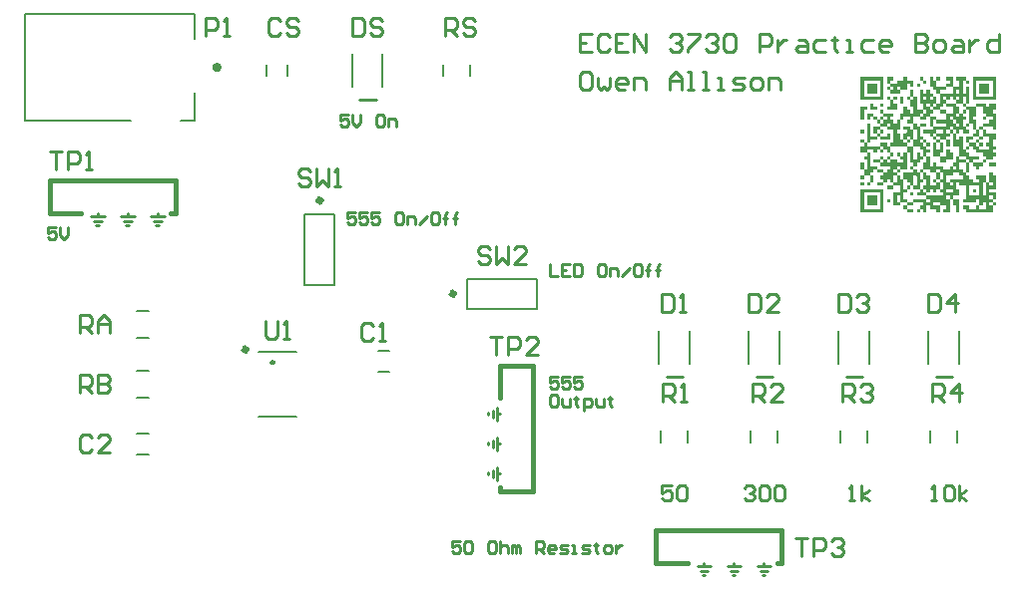
<source format=gto>
G04*
G04 #@! TF.GenerationSoftware,Altium Limited,Altium Designer,25.2.1 (25)*
G04*
G04 Layer_Color=65535*
%FSLAX25Y25*%
%MOIN*%
G70*
G04*
G04 #@! TF.SameCoordinates,7AEDDAFA-F4C1-4ABB-908B-76DA138DF952*
G04*
G04*
G04 #@! TF.FilePolarity,Positive*
G04*
G01*
G75*
%ADD10C,0.01575*%
%ADD11C,0.02000*%
%ADD12C,0.01181*%
%ADD13C,0.00500*%
%ADD14C,0.01000*%
%ADD15C,0.01500*%
%ADD16C,0.00600*%
%ADD17C,0.00787*%
%ADD18C,0.00787*%
G36*
X311250Y172550D02*
Y172500D01*
Y171600D01*
X310150D01*
Y172700D01*
X311250D01*
Y172550D01*
D02*
G37*
G36*
X305750Y171600D02*
X306850D01*
Y170500D01*
X305750D01*
Y171600D01*
X304650D01*
Y172400D01*
Y172450D01*
Y172700D01*
X305750D01*
Y171600D01*
D02*
G37*
G36*
X300250D02*
X302450D01*
Y169400D01*
X301350D01*
Y170500D01*
X300250D01*
Y168300D01*
X298050D01*
Y169350D01*
X298000D01*
Y169400D01*
X296950D01*
Y168300D01*
X298050D01*
Y167200D01*
X294700D01*
Y168300D01*
X293600D01*
Y169400D01*
X294700D01*
Y168350D01*
Y168300D01*
X295800D01*
Y169400D01*
X294700D01*
Y170500D01*
X293600D01*
Y171250D01*
Y171300D01*
Y172700D01*
X295800D01*
Y171600D01*
X294700D01*
Y170500D01*
X296950D01*
Y171600D01*
X299150D01*
Y172700D01*
X300250D01*
Y171600D01*
D02*
G37*
G36*
X320100D02*
X321200D01*
Y170500D01*
X320100D01*
Y170550D01*
Y171600D01*
X319000D01*
Y167200D01*
X320100D01*
Y169400D01*
X321200D01*
Y163900D01*
X320100D01*
Y164950D01*
X320050D01*
Y165000D01*
X320100D01*
Y166050D01*
X320050D01*
Y166100D01*
X319000D01*
Y163900D01*
X320100D01*
Y162800D01*
X323400D01*
Y159450D01*
X322300D01*
Y158350D01*
X323400D01*
Y155050D01*
X324500D01*
Y152850D01*
X325600D01*
Y151750D01*
X324500D01*
Y152850D01*
X322300D01*
Y153950D01*
X323400D01*
Y155050D01*
X322300D01*
Y156150D01*
X322250D01*
Y156200D01*
X322300D01*
Y157250D01*
X321200D01*
Y156150D01*
X320100D01*
Y155050D01*
X321200D01*
Y153950D01*
X319000D01*
Y155050D01*
X317850D01*
Y153950D01*
X316750D01*
Y155050D01*
X315650D01*
Y156150D01*
X314550D01*
Y155050D01*
X315650D01*
Y153950D01*
X316750D01*
Y152900D01*
X316800D01*
Y152850D01*
X316750D01*
Y151800D01*
X316800D01*
Y151750D01*
X317850D01*
Y152850D01*
X319000D01*
Y148450D01*
X320100D01*
Y147350D01*
X321200D01*
Y146250D01*
X324500D01*
Y145150D01*
X322300D01*
Y144050D01*
X325600D01*
Y142950D01*
X324500D01*
Y141850D01*
X323400D01*
Y142900D01*
X323350D01*
Y142950D01*
X322300D01*
Y144000D01*
X322250D01*
Y144050D01*
X321200D01*
Y145100D01*
X321150D01*
Y145150D01*
X320100D01*
Y146200D01*
X320050D01*
Y146250D01*
X317900D01*
Y146200D01*
X317850D01*
Y145150D01*
X320100D01*
Y144050D01*
X321200D01*
Y140750D01*
X320100D01*
Y141800D01*
X320050D01*
Y141850D01*
X320100D01*
Y142900D01*
X320050D01*
Y142950D01*
X320100D01*
Y144000D01*
X320050D01*
Y144050D01*
X317900D01*
Y144000D01*
X317850D01*
Y142950D01*
X317900D01*
Y142900D01*
X317850D01*
Y141850D01*
X319000D01*
Y140750D01*
X320100D01*
Y139650D01*
X321200D01*
Y138500D01*
X322300D01*
Y137400D01*
X323350D01*
Y137450D01*
X323400D01*
Y137400D01*
X324450D01*
Y137450D01*
X324500D01*
Y138500D01*
X323400D01*
Y139650D01*
X326700D01*
Y137400D01*
X327800D01*
Y136300D01*
X328900D01*
Y137400D01*
X327800D01*
Y140750D01*
X328900D01*
Y139650D01*
X330000D01*
Y135200D01*
X327800D01*
Y134100D01*
X330000D01*
Y131900D01*
X328900D01*
Y133000D01*
X327800D01*
Y131900D01*
X328900D01*
Y130800D01*
X330000D01*
Y130250D01*
Y130200D01*
Y129700D01*
X328900D01*
Y130800D01*
X327800D01*
Y129700D01*
X328900D01*
Y127500D01*
X320100D01*
Y128600D01*
X319000D01*
Y129700D01*
X321200D01*
Y128600D01*
X323400D01*
Y129700D01*
X324500D01*
Y128600D01*
X326700D01*
Y130800D01*
X325600D01*
Y129700D01*
X324500D01*
Y131900D01*
X323400D01*
Y130800D01*
X319000D01*
Y131900D01*
X320050D01*
Y131950D01*
X320100D01*
Y133000D01*
X320050D01*
Y133050D01*
X320100D01*
Y134100D01*
X320050D01*
Y134150D01*
X320100D01*
Y135200D01*
X320050D01*
Y135250D01*
X320100D01*
Y136300D01*
X317850D01*
Y137400D01*
X316750D01*
Y136350D01*
X316800D01*
Y136300D01*
X316750D01*
Y135250D01*
X316800D01*
Y135200D01*
X317850D01*
Y134150D01*
X317900D01*
Y134100D01*
X317850D01*
Y133000D01*
X315650D01*
Y131900D01*
X317850D01*
Y131750D01*
Y131700D01*
Y130850D01*
X317900D01*
Y130800D01*
X317850D01*
Y129750D01*
X317900D01*
Y129700D01*
X317850D01*
Y127500D01*
X316750D01*
Y129700D01*
X315650D01*
Y131900D01*
X314550D01*
Y133000D01*
X313450D01*
Y131900D01*
X314550D01*
Y127500D01*
X312350D01*
Y128600D01*
X313450D01*
Y129700D01*
X311250D01*
Y130800D01*
X309050D01*
Y129700D01*
X311250D01*
Y127500D01*
X310150D01*
Y128600D01*
X307950D01*
Y129700D01*
X306850D01*
Y127500D01*
X305750D01*
Y128600D01*
X304650D01*
Y129700D01*
X305750D01*
Y130800D01*
X302450D01*
Y131900D01*
X306850D01*
Y130800D01*
X307950D01*
Y131900D01*
X306850D01*
Y133000D01*
X303550D01*
Y134100D01*
X304650D01*
Y135200D01*
X302450D01*
Y136300D01*
X301350D01*
Y135200D01*
X300250D01*
Y134100D01*
X299150D01*
Y131900D01*
X300250D01*
Y130800D01*
X302450D01*
Y129700D01*
X300250D01*
Y130800D01*
X298050D01*
Y131900D01*
X298000D01*
Y131950D01*
X298050D01*
Y133000D01*
X296950D01*
Y131350D01*
Y131300D01*
Y130800D01*
X298050D01*
Y129700D01*
X295800D01*
Y134100D01*
X298000D01*
Y134150D01*
X298050D01*
Y135200D01*
X298000D01*
Y135250D01*
X298050D01*
Y136300D01*
X295800D01*
Y137400D01*
X294700D01*
Y138500D01*
X293600D01*
Y137400D01*
X292500D01*
Y138500D01*
X291400D01*
Y139650D01*
X292500D01*
Y140750D01*
X291450D01*
Y140700D01*
X291400D01*
Y140750D01*
X290300D01*
Y141850D01*
X289250D01*
Y141800D01*
X289200D01*
Y140750D01*
X288150D01*
Y140700D01*
X288100D01*
Y139650D01*
X289200D01*
Y137400D01*
X288100D01*
Y139650D01*
X287050D01*
Y139600D01*
X287000D01*
Y139650D01*
X285900D01*
Y141850D01*
X284800D01*
Y144050D01*
X285900D01*
Y141850D01*
X287000D01*
Y143600D01*
Y143650D01*
Y145150D01*
X285900D01*
Y146250D01*
X287000D01*
Y147350D01*
X284800D01*
Y148950D01*
Y149000D01*
Y149550D01*
X285900D01*
Y150650D01*
X284800D01*
Y151750D01*
X285900D01*
Y150650D01*
X287000D01*
Y149550D01*
X291400D01*
Y148450D01*
X292500D01*
Y147350D01*
X291400D01*
Y148300D01*
Y148350D01*
Y148450D01*
X290300D01*
Y147350D01*
X289200D01*
Y148450D01*
X287000D01*
Y147350D01*
X288100D01*
Y142950D01*
X290300D01*
Y141850D01*
X292500D01*
Y140750D01*
X293600D01*
Y141850D01*
X294700D01*
Y142950D01*
X293650D01*
Y142900D01*
X293600D01*
Y142950D01*
X292550D01*
Y142900D01*
X292500D01*
Y142950D01*
X291400D01*
Y144050D01*
X289200D01*
Y145150D01*
X291400D01*
Y144050D01*
X292500D01*
Y145150D01*
X291400D01*
Y145900D01*
Y145950D01*
Y146250D01*
X292500D01*
Y145150D01*
X293600D01*
Y146250D01*
X294700D01*
Y147350D01*
X293600D01*
Y147700D01*
Y147750D01*
Y148450D01*
X292500D01*
Y149550D01*
X291400D01*
Y150650D01*
X293600D01*
Y149550D01*
X294700D01*
Y147350D01*
X295800D01*
Y146250D01*
X294750D01*
Y146200D01*
X294700D01*
Y145150D01*
X296950D01*
Y144050D01*
X299150D01*
Y145100D01*
X299100D01*
Y145150D01*
X298050D01*
Y146200D01*
X298000D01*
Y146250D01*
X296950D01*
Y147350D01*
X298050D01*
Y146250D01*
X299150D01*
Y147350D01*
X300250D01*
Y141850D01*
X299150D01*
Y141800D01*
X299100D01*
Y141850D01*
X298050D01*
Y142900D01*
X298000D01*
Y142950D01*
X296950D01*
Y141850D01*
X298050D01*
Y140750D01*
X296950D01*
Y141800D01*
X296900D01*
Y141850D01*
X295850D01*
Y141800D01*
X295800D01*
Y140750D01*
X296950D01*
Y139650D01*
X298050D01*
Y138500D01*
X299100D01*
Y138550D01*
X299150D01*
Y139600D01*
X299100D01*
Y139650D01*
X299150D01*
Y140750D01*
X302450D01*
Y141800D01*
X302400D01*
Y141850D01*
X301350D01*
Y142950D01*
X302450D01*
Y141850D01*
X303550D01*
Y140750D01*
X304650D01*
Y138500D01*
X305700D01*
Y138550D01*
X305750D01*
Y140750D01*
X304650D01*
Y141100D01*
Y141150D01*
Y141850D01*
X305750D01*
Y140750D01*
X306850D01*
Y139650D01*
X307950D01*
Y136300D01*
X310150D01*
Y137400D01*
X309050D01*
Y138500D01*
X310150D01*
Y137400D01*
X311250D01*
Y135200D01*
X312350D01*
Y137400D01*
X311250D01*
Y138500D01*
X310150D01*
Y140750D01*
X307950D01*
Y141850D01*
X305750D01*
Y144050D01*
X306850D01*
Y146250D01*
X305750D01*
Y148450D01*
X304650D01*
Y149550D01*
X302450D01*
Y151750D01*
X301350D01*
Y152850D01*
X300250D01*
Y151750D01*
X301350D01*
Y151150D01*
Y151100D01*
Y150650D01*
X300250D01*
Y151750D01*
X299150D01*
Y153950D01*
X300200D01*
Y154000D01*
X300250D01*
Y155050D01*
X299150D01*
Y156150D01*
X301350D01*
Y155050D01*
X302450D01*
Y151750D01*
X303550D01*
Y155050D01*
X302450D01*
Y157250D01*
X300250D01*
Y158350D01*
X301300D01*
Y158400D01*
X301350D01*
Y159450D01*
X299150D01*
Y158350D01*
X298050D01*
Y155050D01*
X296950D01*
Y153950D01*
X298050D01*
Y151750D01*
X299150D01*
Y150650D01*
X300250D01*
Y149550D01*
X302450D01*
Y145150D01*
X303550D01*
Y147350D01*
X304650D01*
Y147100D01*
Y147050D01*
Y146250D01*
X305750D01*
Y145150D01*
X304650D01*
Y144050D01*
X303550D01*
Y142950D01*
X302450D01*
Y144000D01*
X302400D01*
Y144050D01*
X301350D01*
Y147350D01*
X300250D01*
Y149550D01*
X294700D01*
Y150650D01*
X295800D01*
Y155050D01*
X293600D01*
Y156150D01*
X291400D01*
Y157250D01*
X290300D01*
Y158350D01*
X289200D01*
Y159450D01*
X288100D01*
Y158350D01*
X287000D01*
Y160550D01*
X288100D01*
Y160600D01*
X288150D01*
Y160550D01*
X289200D01*
Y159500D01*
X289250D01*
Y159450D01*
X290300D01*
Y158400D01*
X290350D01*
Y158350D01*
X291400D01*
Y157300D01*
X291450D01*
Y157250D01*
X292500D01*
Y158350D01*
X291400D01*
Y159450D01*
X292500D01*
Y158400D01*
X292550D01*
Y158350D01*
X293600D01*
Y159450D01*
X292500D01*
Y160550D01*
X291400D01*
Y161700D01*
X292500D01*
Y160600D01*
X292550D01*
Y160550D01*
X293600D01*
Y160600D01*
X293650D01*
Y160550D01*
X294700D01*
Y160600D01*
X294750D01*
Y160550D01*
X295800D01*
Y159450D01*
X294700D01*
Y158400D01*
X294750D01*
Y158350D01*
X295800D01*
Y157300D01*
X295850D01*
Y157250D01*
X296900D01*
Y157300D01*
X296950D01*
Y158350D01*
X298000D01*
Y158400D01*
X298050D01*
Y159450D01*
X298000D01*
Y159500D01*
X298050D01*
Y160550D01*
X299100D01*
Y160600D01*
X299150D01*
Y161650D01*
X299100D01*
Y161700D01*
X299150D01*
Y162800D01*
X300250D01*
Y161700D01*
X301350D01*
Y161400D01*
Y161350D01*
Y160550D01*
X302400D01*
Y160600D01*
X302450D01*
Y162750D01*
X302400D01*
Y162800D01*
X301350D01*
Y164950D01*
X301300D01*
Y165000D01*
X300250D01*
Y166100D01*
X301350D01*
Y165000D01*
X302450D01*
Y166100D01*
X301350D01*
Y168300D01*
X302450D01*
Y166100D01*
X303550D01*
Y161700D01*
X305750D01*
Y160550D01*
X306800D01*
Y160600D01*
X306850D01*
Y161700D01*
X305750D01*
Y163900D01*
X304650D01*
Y168300D01*
X305750D01*
Y167200D01*
X306850D01*
Y168300D01*
X307950D01*
Y167200D01*
X309050D01*
Y166100D01*
X310150D01*
Y163900D01*
X311250D01*
Y167200D01*
X310150D01*
Y167400D01*
Y167450D01*
Y168300D01*
X309050D01*
Y169400D01*
X307950D01*
Y172700D01*
X309050D01*
Y171600D01*
X310150D01*
Y169400D01*
X313450D01*
Y168300D01*
X311250D01*
Y167200D01*
X315650D01*
Y169400D01*
X313450D01*
Y170500D01*
X314550D01*
Y171600D01*
X313450D01*
Y172700D01*
X315650D01*
Y169400D01*
X317850D01*
Y171600D01*
X316750D01*
Y172700D01*
X320100D01*
Y171600D01*
D02*
G37*
G36*
X304650Y169400D02*
X303550D01*
Y169500D01*
Y169550D01*
Y170500D01*
X304650D01*
Y169400D01*
D02*
G37*
G36*
X330000Y165000D02*
X322300D01*
Y172700D01*
X330000D01*
Y165000D01*
D02*
G37*
G36*
X296950D02*
X295850D01*
Y164950D01*
X295800D01*
Y163900D01*
X296950D01*
Y161700D01*
X295850D01*
Y161650D01*
X295800D01*
Y161700D01*
X294750D01*
Y161650D01*
X294700D01*
Y161700D01*
X293600D01*
Y161800D01*
Y161850D01*
Y162800D01*
X294700D01*
Y165000D01*
X293600D01*
Y166100D01*
X294700D01*
Y165950D01*
Y165900D01*
Y165000D01*
X295800D01*
Y166100D01*
X296950D01*
Y165000D01*
D02*
G37*
G36*
X292500Y172600D02*
Y172550D01*
Y165000D01*
X284800D01*
Y172700D01*
X292500D01*
Y172600D01*
D02*
G37*
G36*
X299150Y166050D02*
Y166000D01*
Y163900D01*
X298050D01*
Y164950D01*
X298000D01*
Y165000D01*
X298050D01*
Y166100D01*
X299150D01*
Y166050D01*
D02*
G37*
G36*
X330000Y161700D02*
X328900D01*
Y160600D01*
X328950D01*
Y160550D01*
X330000D01*
Y155050D01*
X328900D01*
Y155350D01*
Y155400D01*
Y156150D01*
X325600D01*
Y157250D01*
X327800D01*
Y158350D01*
X328900D01*
Y159450D01*
X326700D01*
Y160550D01*
X325600D01*
Y162750D01*
X325550D01*
Y162800D01*
X324500D01*
Y162750D01*
X324450D01*
Y162800D01*
X323400D01*
Y163900D01*
X326700D01*
Y162800D01*
X327800D01*
Y163900D01*
X330000D01*
Y161700D01*
D02*
G37*
G36*
X292500Y163850D02*
Y163800D01*
Y162800D01*
X291400D01*
Y163900D01*
X292500D01*
Y163850D01*
D02*
G37*
G36*
X289200Y162800D02*
X290300D01*
Y161700D01*
X289250D01*
Y161650D01*
X289200D01*
Y161700D01*
X288100D01*
Y162050D01*
Y162100D01*
Y163900D01*
X289200D01*
Y162800D01*
D02*
G37*
G36*
X326700Y158350D02*
X325600D01*
Y159450D01*
X326700D01*
Y158350D01*
D02*
G37*
G36*
X287000Y161700D02*
X285900D01*
Y158350D01*
X284800D01*
Y158500D01*
Y158550D01*
Y162800D01*
X287000D01*
Y161700D01*
D02*
G37*
G36*
X291400Y155050D02*
X292500D01*
Y153950D01*
X291400D01*
Y155050D01*
X290300D01*
Y153950D01*
X291400D01*
Y152850D01*
X293600D01*
Y153950D01*
X294700D01*
Y151750D01*
X291400D01*
Y152850D01*
X290300D01*
Y153300D01*
Y153350D01*
Y153950D01*
X289200D01*
Y156150D01*
X291400D01*
Y155050D01*
D02*
G37*
G36*
X285900Y153950D02*
X284800D01*
Y155050D01*
X285900D01*
Y153950D01*
D02*
G37*
G36*
X288100Y152850D02*
X290300D01*
Y151750D01*
X288100D01*
Y150650D01*
X287000D01*
Y151200D01*
Y151250D01*
Y157250D01*
X288100D01*
Y152850D01*
D02*
G37*
G36*
X324500Y151350D02*
Y151300D01*
Y150650D01*
X325600D01*
Y149550D01*
X324500D01*
Y149800D01*
Y149850D01*
Y150650D01*
X323400D01*
Y151750D01*
X324500D01*
Y151350D01*
D02*
G37*
G36*
X325600Y155050D02*
X326700D01*
Y153950D01*
X330000D01*
Y151750D01*
X328900D01*
Y149550D01*
X330000D01*
Y148450D01*
X328900D01*
Y147350D01*
X330000D01*
Y146250D01*
X328900D01*
Y145150D01*
X326700D01*
Y146250D01*
X325600D01*
Y147350D01*
X323400D01*
Y148450D01*
X322300D01*
Y149550D01*
X321200D01*
Y150650D01*
X320100D01*
Y150900D01*
Y150950D01*
Y152850D01*
X322300D01*
Y151750D01*
X321200D01*
Y150650D01*
X323400D01*
Y149550D01*
X324500D01*
Y148450D01*
X327800D01*
Y149550D01*
X326700D01*
Y150650D01*
X327800D01*
Y152850D01*
X325600D01*
Y155050D01*
X324500D01*
Y156150D01*
X325600D01*
Y155050D01*
D02*
G37*
G36*
X321200Y148450D02*
X320100D01*
Y149000D01*
Y149050D01*
Y149550D01*
X321200D01*
Y148450D01*
D02*
G37*
G36*
X326700Y144050D02*
X325600D01*
Y145150D01*
X326700D01*
Y144050D01*
D02*
G37*
G36*
X330000Y142950D02*
X327800D01*
Y144050D01*
X330000D01*
Y142950D01*
D02*
G37*
G36*
X285900Y138500D02*
X284800D01*
Y139650D01*
X285900D01*
Y138500D01*
D02*
G37*
G36*
X291450Y137400D02*
X292500D01*
Y136300D01*
X290300D01*
Y137400D01*
X291400D01*
Y137450D01*
X291450D01*
Y137400D01*
D02*
G37*
G36*
X288100Y136300D02*
X287000D01*
Y137400D01*
X288100D01*
Y136300D01*
D02*
G37*
G36*
X285900D02*
X284800D01*
Y137350D01*
Y137400D01*
X285900D01*
Y136300D01*
D02*
G37*
G36*
X294750D02*
X295800D01*
Y136100D01*
Y136050D01*
Y135200D01*
X293600D01*
Y136300D01*
X294700D01*
Y136350D01*
X294750D01*
Y136300D01*
D02*
G37*
G36*
X302450Y133050D02*
Y133000D01*
X301350D01*
Y134100D01*
X302450D01*
Y133050D01*
D02*
G37*
G36*
X294700Y131800D02*
Y131750D01*
Y130800D01*
X293600D01*
Y131900D01*
X294700D01*
Y131800D01*
D02*
G37*
G36*
X304650Y127600D02*
Y127550D01*
Y127500D01*
X303550D01*
Y128600D01*
X304650D01*
Y127600D01*
D02*
G37*
G36*
X300250Y128600D02*
X302450D01*
Y127500D01*
X300250D01*
Y128350D01*
Y128400D01*
Y128600D01*
X299150D01*
Y129700D01*
X300250D01*
Y128600D01*
D02*
G37*
G36*
X292500Y127500D02*
X284800D01*
Y135200D01*
X292500D01*
Y127500D01*
D02*
G37*
%LPC*%
G36*
X317850Y168300D02*
X316800D01*
Y168250D01*
X316750D01*
Y167550D01*
Y167500D01*
Y167200D01*
X317850D01*
Y168300D01*
D02*
G37*
G36*
Y166100D02*
X316800D01*
Y166050D01*
X316750D01*
Y165000D01*
X317850D01*
Y166100D01*
D02*
G37*
G36*
X313450D02*
X312400D01*
Y166050D01*
X312350D01*
Y165700D01*
Y165650D01*
Y165000D01*
X313450D01*
Y166100D01*
D02*
G37*
G36*
X309050D02*
X307950D01*
Y165000D01*
X309050D01*
Y166100D01*
D02*
G37*
G36*
X306850D02*
X305750D01*
Y165000D01*
X306850D01*
Y166100D01*
D02*
G37*
G36*
X315650D02*
X314600D01*
Y166050D01*
X314550D01*
Y165000D01*
X313500D01*
Y164950D01*
X313450D01*
Y163900D01*
X316750D01*
Y165000D01*
X315650D01*
Y166100D01*
D02*
G37*
G36*
X318950Y163900D02*
X317900D01*
Y163850D01*
X317850D01*
Y163900D01*
X316800D01*
Y163850D01*
X316750D01*
Y162800D01*
X317850D01*
Y161700D01*
X317900D01*
Y161650D01*
X317850D01*
Y160600D01*
X317900D01*
Y160550D01*
X318950D01*
Y160600D01*
X319000D01*
Y161700D01*
X320100D01*
Y160550D01*
X319000D01*
Y159450D01*
X320100D01*
Y158350D01*
X319000D01*
Y156150D01*
X320050D01*
Y156200D01*
X320100D01*
Y157250D01*
X321150D01*
Y157300D01*
X321200D01*
Y158350D01*
X321150D01*
Y158400D01*
X321200D01*
Y159450D01*
X321150D01*
Y159500D01*
X321200D01*
Y160550D01*
X321150D01*
Y160600D01*
X321200D01*
Y161100D01*
Y161150D01*
Y161650D01*
X321150D01*
Y161700D01*
X320100D01*
Y162750D01*
X320050D01*
Y162800D01*
X319000D01*
Y163850D01*
X318950D01*
Y163900D01*
D02*
G37*
G36*
X310150D02*
X309050D01*
Y162800D01*
X310150D01*
Y163900D01*
D02*
G37*
G36*
X307950D02*
X306850D01*
Y163350D01*
Y163300D01*
Y162800D01*
X307950D01*
Y161700D01*
X309050D01*
Y162800D01*
X307950D01*
Y163900D01*
D02*
G37*
G36*
X311250Y161700D02*
X310200D01*
Y161650D01*
X310150D01*
Y161700D01*
X309100D01*
Y161650D01*
X309050D01*
Y160550D01*
X307950D01*
Y159450D01*
X310150D01*
Y158350D01*
X312350D01*
Y158400D01*
X312400D01*
Y158350D01*
X313450D01*
Y160550D01*
X311250D01*
Y161700D01*
D02*
G37*
G36*
X313450Y163900D02*
X312400D01*
Y163850D01*
X312350D01*
Y162800D01*
X311300D01*
Y162750D01*
X311250D01*
Y161700D01*
X313450D01*
Y160600D01*
X313500D01*
Y160550D01*
X314550D01*
Y160600D01*
X314600D01*
Y160550D01*
X315650D01*
Y162800D01*
X314600D01*
Y162750D01*
X314550D01*
Y162800D01*
X313450D01*
Y163900D01*
D02*
G37*
G36*
X317850Y160550D02*
X316750D01*
Y159500D01*
X316800D01*
Y159450D01*
X317850D01*
Y160550D01*
D02*
G37*
G36*
X305750D02*
X304650D01*
Y159450D01*
X305700D01*
Y159500D01*
X305750D01*
Y160550D01*
D02*
G37*
G36*
X307950Y159450D02*
X306850D01*
Y158350D01*
X304650D01*
Y159450D01*
X302450D01*
Y157250D01*
X303550D01*
Y157200D01*
Y157150D01*
Y156150D01*
X304650D01*
Y152850D01*
X305750D01*
Y151750D01*
X306850D01*
Y150650D01*
X307950D01*
Y149550D01*
X306850D01*
Y150350D01*
Y150400D01*
Y150650D01*
X305750D01*
Y151750D01*
X304650D01*
Y150650D01*
X305750D01*
Y149550D01*
X306850D01*
Y148450D01*
X307950D01*
Y147350D01*
X306850D01*
Y146250D01*
X307950D01*
Y142950D01*
X309050D01*
Y144050D01*
X310150D01*
Y142950D01*
X312350D01*
Y141850D01*
X314550D01*
Y142950D01*
X315650D01*
Y144050D01*
X316750D01*
Y146250D01*
X317850D01*
Y149550D01*
X315650D01*
Y153950D01*
X314550D01*
Y155050D01*
X313450D01*
Y154000D01*
X313500D01*
Y153950D01*
X314550D01*
Y152850D01*
X313450D01*
Y151750D01*
X314550D01*
Y151050D01*
Y151000D01*
Y149550D01*
X313450D01*
Y151750D01*
X311250D01*
Y152850D01*
X310150D01*
Y153950D01*
X309050D01*
Y152850D01*
X310150D01*
Y151750D01*
X311250D01*
Y150650D01*
X312350D01*
Y147350D01*
X311250D01*
Y146250D01*
X313450D01*
Y146800D01*
Y146850D01*
Y148450D01*
X314550D01*
Y147350D01*
X315650D01*
Y145150D01*
X313500D01*
Y145100D01*
X313450D01*
Y144050D01*
X311250D01*
Y146250D01*
X309050D01*
Y150650D01*
X310150D01*
Y148450D01*
X311250D01*
Y150650D01*
X310150D01*
Y151150D01*
Y151200D01*
Y151750D01*
X309050D01*
Y152850D01*
X307950D01*
Y153950D01*
X305750D01*
Y155050D01*
X309050D01*
Y156150D01*
X307950D01*
Y159450D01*
D02*
G37*
G36*
X315650D02*
X314550D01*
Y158400D01*
X314600D01*
Y158350D01*
X315650D01*
Y157300D01*
X315700D01*
Y157250D01*
X316750D01*
Y156450D01*
Y156400D01*
Y156200D01*
X316800D01*
Y156150D01*
X317850D01*
Y157250D01*
X316750D01*
Y158350D01*
X315650D01*
Y159450D01*
D02*
G37*
G36*
X310150Y158350D02*
X309050D01*
Y156150D01*
X313450D01*
Y157250D01*
X310150D01*
Y158350D01*
D02*
G37*
G36*
X294700Y157250D02*
X293600D01*
Y156200D01*
X293650D01*
Y156150D01*
X294700D01*
Y157250D01*
D02*
G37*
G36*
X312350Y155050D02*
X310150D01*
Y153950D01*
X312350D01*
Y155050D01*
D02*
G37*
G36*
X294700Y145150D02*
X293650D01*
Y145100D01*
X293600D01*
Y144050D01*
X294700D01*
Y145150D01*
D02*
G37*
G36*
X316750Y142950D02*
X315700D01*
Y142900D01*
X315650D01*
Y141850D01*
X316750D01*
Y142950D01*
D02*
G37*
G36*
X311250Y141850D02*
X310200D01*
Y141800D01*
X310150D01*
Y140750D01*
X311250D01*
Y141850D01*
D02*
G37*
G36*
X317850Y140750D02*
X316800D01*
Y140700D01*
X316750D01*
Y140750D01*
X315700D01*
Y140700D01*
X315650D01*
Y139650D01*
X314600D01*
Y139600D01*
X314550D01*
Y139650D01*
X313500D01*
Y139600D01*
X313450D01*
Y137450D01*
X313500D01*
Y137400D01*
X314550D01*
Y136350D01*
X314600D01*
Y136300D01*
X315650D01*
Y137400D01*
X314550D01*
Y138500D01*
X315650D01*
Y138550D01*
X315700D01*
Y138500D01*
X316750D01*
Y138550D01*
X316800D01*
Y138500D01*
X317850D01*
Y138550D01*
X317900D01*
Y138500D01*
X318950D01*
Y138550D01*
X319000D01*
Y138600D01*
Y138650D01*
Y139600D01*
X318950D01*
Y139650D01*
X317850D01*
Y140750D01*
D02*
G37*
G36*
X312350D02*
X311300D01*
Y140700D01*
X311250D01*
Y139650D01*
Y139600D01*
Y138550D01*
X311300D01*
Y138500D01*
X312350D01*
Y140750D01*
D02*
G37*
G36*
X296900Y139650D02*
X295850D01*
Y139600D01*
X295800D01*
Y138550D01*
X295850D01*
Y138500D01*
X295800D01*
Y137450D01*
X295850D01*
Y137400D01*
X296900D01*
Y137450D01*
X296950D01*
Y138500D01*
X296900D01*
Y138550D01*
X296950D01*
Y139600D01*
X296900D01*
Y139650D01*
D02*
G37*
G36*
X303500D02*
X302450D01*
Y136300D01*
X303500D01*
Y136350D01*
X303550D01*
Y139600D01*
X303500D01*
Y139650D01*
D02*
G37*
G36*
X300250Y138500D02*
X299150D01*
Y136450D01*
Y136400D01*
Y135200D01*
X300200D01*
Y135250D01*
X300250D01*
Y136300D01*
X301300D01*
Y136350D01*
X301350D01*
Y137400D01*
X300250D01*
Y138500D01*
D02*
G37*
G36*
X315650Y135200D02*
X313450D01*
Y134150D01*
X313500D01*
Y134100D01*
X315650D01*
Y135200D01*
D02*
G37*
G36*
X326700Y137400D02*
X325600D01*
Y133000D01*
X326700D01*
Y137400D01*
D02*
G37*
G36*
X324500Y136300D02*
X321200D01*
Y133000D01*
X324500D01*
Y136300D01*
D02*
G37*
G36*
X306850Y138500D02*
X305750D01*
Y137400D01*
X304650D01*
Y135200D01*
X305750D01*
Y134100D01*
X306850D01*
Y133000D01*
X312350D01*
Y134100D01*
X311250D01*
Y135200D01*
X310150D01*
Y134100D01*
X309050D01*
Y135200D01*
X307950D01*
Y134100D01*
X306850D01*
Y135200D01*
X305750D01*
Y136300D01*
X306850D01*
Y138500D01*
D02*
G37*
%LPD*%
G36*
Y156150D02*
X304650D01*
Y157250D01*
X306850D01*
Y156150D01*
D02*
G37*
G36*
X323400Y135150D02*
Y135100D01*
Y134100D01*
X322300D01*
Y135200D01*
X323400D01*
Y135150D01*
D02*
G37*
%LPC*%
G36*
X328900Y171600D02*
X323400D01*
Y166100D01*
X328900D01*
Y166650D01*
Y166700D01*
Y171600D01*
D02*
G37*
%LPD*%
G36*
X327800Y167200D02*
X324500D01*
Y170500D01*
X327800D01*
Y167200D01*
D02*
G37*
%LPC*%
G36*
X291400Y171600D02*
X285900D01*
Y166100D01*
X291400D01*
Y171600D01*
D02*
G37*
%LPD*%
G36*
X290300Y168200D02*
Y168150D01*
Y167200D01*
X287000D01*
Y170500D01*
X290300D01*
Y168200D01*
D02*
G37*
%LPC*%
G36*
X291400Y134100D02*
X285900D01*
Y128600D01*
X291400D01*
Y134100D01*
D02*
G37*
%LPD*%
G36*
X290300Y129700D02*
X287000D01*
Y133000D01*
X290300D01*
Y129700D01*
D02*
G37*
D10*
X70609Y175900D02*
G03*
X70609Y175900I-787J0D01*
G01*
D11*
X104656Y131411D02*
G03*
X104656Y131411I-500J0D01*
G01*
X149089Y100155D02*
G03*
X149089Y100155I-500J0D01*
G01*
X79764Y81500D02*
G03*
X79764Y81500I-492J0D01*
G01*
D12*
X88794Y77300D02*
G03*
X88794Y77300I-394J0D01*
G01*
D13*
X5776Y158283D02*
X41012D01*
X62468Y185500D02*
Y193717D01*
X5776D02*
X62468D01*
X5776Y158283D02*
Y193717D01*
X62468Y158283D02*
Y167300D01*
X57722Y158283D02*
X62468D01*
D14*
X27750Y126000D02*
X32250D01*
X30000D02*
Y127027D01*
X28750Y124500D02*
X31250D01*
X29523Y123000D02*
X30250D01*
X37750Y126000D02*
X42250D01*
X40000D02*
Y127027D01*
X38750Y124500D02*
X41250D01*
X39523Y123000D02*
X40250D01*
X47750Y126000D02*
X52250D01*
X50000D02*
Y127027D01*
X48750Y124500D02*
X51250D01*
X49523Y123000D02*
X50250D01*
X309900Y72600D02*
X315500D01*
X279900D02*
X285500D01*
X249900D02*
X255500D01*
X219900D02*
X225500D01*
X117400Y165100D02*
X123000D01*
X230250Y9000D02*
X234750D01*
X232500D02*
Y10027D01*
X231250Y7500D02*
X233750D01*
X232023Y6000D02*
X232750D01*
X240250Y9000D02*
X244750D01*
X242500D02*
Y10027D01*
X241250Y7500D02*
X243750D01*
X242023Y6000D02*
X242750D01*
X250250Y9000D02*
X254750D01*
X252500D02*
Y10027D01*
X251250Y7500D02*
X253750D01*
X252023Y6000D02*
X252750D01*
X160500Y39750D02*
Y40477D01*
X162000Y38750D02*
Y41250D01*
X163500Y40000D02*
X164527D01*
X163500Y37750D02*
Y42250D01*
X160500Y49750D02*
Y50477D01*
X162000Y48750D02*
Y51250D01*
X163500Y50000D02*
X164527D01*
X163500Y47750D02*
Y52250D01*
X160500Y59750D02*
Y60477D01*
X162000Y58750D02*
Y61250D01*
X163500Y60000D02*
X164527D01*
X163500Y57750D02*
Y62250D01*
X113666Y159999D02*
X111000D01*
Y157999D01*
X112333Y158666D01*
X112999D01*
X113666Y157999D01*
Y156667D01*
X112999Y156000D01*
X111667D01*
X111000Y156667D01*
X114999Y159999D02*
Y157333D01*
X116332Y156000D01*
X117665Y157333D01*
Y159999D01*
X124996D02*
X123663D01*
X122996Y159332D01*
Y156667D01*
X123663Y156000D01*
X124996D01*
X125662Y156667D01*
Y159332D01*
X124996Y159999D01*
X126995Y156000D02*
Y158666D01*
X128994D01*
X129661Y157999D01*
Y156000D01*
X181000Y109999D02*
Y106000D01*
X183666D01*
X187664Y109999D02*
X184999D01*
Y106000D01*
X187664D01*
X184999Y107999D02*
X186332D01*
X188997Y109999D02*
Y106000D01*
X190997D01*
X191663Y106667D01*
Y109332D01*
X190997Y109999D01*
X188997D01*
X198994D02*
X197661D01*
X196995Y109332D01*
Y106667D01*
X197661Y106000D01*
X198994D01*
X199661Y106667D01*
Y109332D01*
X198994Y109999D01*
X200994Y106000D02*
Y108666D01*
X202993D01*
X203659Y107999D01*
Y106000D01*
X204992D02*
X207658Y108666D01*
X210990Y109999D02*
X209657D01*
X208991Y109332D01*
Y106667D01*
X209657Y106000D01*
X210990D01*
X211657Y106667D01*
Y109332D01*
X210990Y109999D01*
X213656Y106000D02*
Y109332D01*
Y107999D01*
X212990D01*
X214323D01*
X213656D01*
Y109332D01*
X214323Y109999D01*
X216988Y106000D02*
Y109332D01*
Y107999D01*
X216322D01*
X217655D01*
X216988D01*
Y109332D01*
X217655Y109999D01*
X116166Y127499D02*
X113500D01*
Y125499D01*
X114833Y126166D01*
X115499D01*
X116166Y125499D01*
Y124167D01*
X115499Y123500D01*
X114166D01*
X113500Y124167D01*
X120165Y127499D02*
X117499D01*
Y125499D01*
X118832Y126166D01*
X119498D01*
X120165Y125499D01*
Y124167D01*
X119498Y123500D01*
X118165D01*
X117499Y124167D01*
X124163Y127499D02*
X121497D01*
Y125499D01*
X122830Y126166D01*
X123497D01*
X124163Y125499D01*
Y124167D01*
X123497Y123500D01*
X122164D01*
X121497Y124167D01*
X131494Y127499D02*
X130161D01*
X129495Y126832D01*
Y124167D01*
X130161Y123500D01*
X131494D01*
X132161Y124167D01*
Y126832D01*
X131494Y127499D01*
X133494Y123500D02*
Y126166D01*
X135493D01*
X136159Y125499D01*
Y123500D01*
X137492D02*
X140158Y126166D01*
X143490Y127499D02*
X142157D01*
X141491Y126832D01*
Y124167D01*
X142157Y123500D01*
X143490D01*
X144157Y124167D01*
Y126832D01*
X143490Y127499D01*
X146156Y123500D02*
Y126832D01*
Y125499D01*
X145490D01*
X146823D01*
X146156D01*
Y126832D01*
X146823Y127499D01*
X149488Y123500D02*
Y126832D01*
Y125499D01*
X148822D01*
X150155D01*
X149488D01*
Y126832D01*
X150155Y127499D01*
X151166Y17499D02*
X148500D01*
Y15499D01*
X149833Y16166D01*
X150499D01*
X151166Y15499D01*
Y14166D01*
X150499Y13500D01*
X149167D01*
X148500Y14166D01*
X152499Y16832D02*
X153165Y17499D01*
X154498D01*
X155165Y16832D01*
Y14166D01*
X154498Y13500D01*
X153165D01*
X152499Y14166D01*
Y16832D01*
X162496Y17499D02*
X161163D01*
X160496Y16832D01*
Y14166D01*
X161163Y13500D01*
X162496D01*
X163162Y14166D01*
Y16832D01*
X162496Y17499D01*
X164495D02*
Y13500D01*
Y15499D01*
X165161Y16166D01*
X166494D01*
X167161Y15499D01*
Y13500D01*
X168494D02*
Y16166D01*
X169160D01*
X169826Y15499D01*
Y13500D01*
Y15499D01*
X170493Y16166D01*
X171159Y15499D01*
Y13500D01*
X176491D02*
Y17499D01*
X178490D01*
X179157Y16832D01*
Y15499D01*
X178490Y14833D01*
X176491D01*
X177824D02*
X179157Y13500D01*
X182489D02*
X181156D01*
X180490Y14166D01*
Y15499D01*
X181156Y16166D01*
X182489D01*
X183156Y15499D01*
Y14833D01*
X180490D01*
X184488Y13500D02*
X186488D01*
X187154Y14166D01*
X186488Y14833D01*
X185155D01*
X184488Y15499D01*
X185155Y16166D01*
X187154D01*
X188487Y13500D02*
X189820D01*
X189154D01*
Y16166D01*
X188487D01*
X191819Y13500D02*
X193819D01*
X194485Y14166D01*
X193819Y14833D01*
X192486D01*
X191819Y15499D01*
X192486Y16166D01*
X194485D01*
X196484Y16832D02*
Y16166D01*
X195818D01*
X197151D01*
X196484D01*
Y14166D01*
X197151Y13500D01*
X199817D02*
X201150D01*
X201816Y14166D01*
Y15499D01*
X201150Y16166D01*
X199817D01*
X199150Y15499D01*
Y14166D01*
X199817Y13500D01*
X203149Y16166D02*
Y13500D01*
Y14833D01*
X203816Y15499D01*
X204482Y16166D01*
X205148D01*
X182999Y66332D02*
X181667D01*
X181000Y65665D01*
Y62999D01*
X181667Y62333D01*
X182999D01*
X183666Y62999D01*
Y65665D01*
X182999Y66332D01*
X184999Y64999D02*
Y62999D01*
X185665Y62333D01*
X187664D01*
Y64999D01*
X189664Y65665D02*
Y64999D01*
X188997D01*
X190330D01*
X189664D01*
Y62999D01*
X190330Y62333D01*
X192330Y61000D02*
Y64999D01*
X194329D01*
X194995Y64332D01*
Y62999D01*
X194329Y62333D01*
X192330D01*
X196328Y64999D02*
Y62999D01*
X196995Y62333D01*
X198994D01*
Y64999D01*
X200994Y65665D02*
Y64999D01*
X200327D01*
X201660D01*
X200994D01*
Y62999D01*
X201660Y62333D01*
X183666Y72499D02*
X181000D01*
Y70499D01*
X182333Y71166D01*
X182999D01*
X183666Y70499D01*
Y69166D01*
X182999Y68500D01*
X181667D01*
X181000Y69166D01*
X187664Y72499D02*
X184999D01*
Y70499D01*
X186332Y71166D01*
X186998D01*
X187664Y70499D01*
Y69166D01*
X186998Y68500D01*
X185665D01*
X184999Y69166D01*
X191663Y72499D02*
X188997D01*
Y70499D01*
X190330Y71166D01*
X190997D01*
X191663Y70499D01*
Y69166D01*
X190997Y68500D01*
X189664D01*
X188997Y69166D01*
X16166Y122499D02*
X13500D01*
Y120499D01*
X14833Y121166D01*
X15499D01*
X16166Y120499D01*
Y119167D01*
X15499Y118500D01*
X14166D01*
X13500Y119167D01*
X17499Y122499D02*
Y119833D01*
X18832Y118500D01*
X20165Y119833D01*
Y122499D01*
X308500Y31000D02*
X310166D01*
X309333D01*
Y35998D01*
X308500Y35165D01*
X312665D02*
X313498Y35998D01*
X315164D01*
X315998Y35165D01*
Y31833D01*
X315164Y31000D01*
X313498D01*
X312665Y31833D01*
Y35165D01*
X317664Y31000D02*
Y35998D01*
Y32666D02*
X320163Y34332D01*
X317664Y32666D02*
X320163Y31000D01*
X281000D02*
X282666D01*
X281833D01*
Y35998D01*
X281000Y35165D01*
X285165Y31000D02*
Y35998D01*
Y32666D02*
X287665Y34332D01*
X285165Y32666D02*
X287665Y31000D01*
X246000Y35165D02*
X246833Y35998D01*
X248499D01*
X249332Y35165D01*
Y34332D01*
X248499Y33499D01*
X247666D01*
X248499D01*
X249332Y32666D01*
Y31833D01*
X248499Y31000D01*
X246833D01*
X246000Y31833D01*
X250998Y35165D02*
X251831Y35998D01*
X253498D01*
X254331Y35165D01*
Y31833D01*
X253498Y31000D01*
X251831D01*
X250998Y31833D01*
Y35165D01*
X255997D02*
X256830Y35998D01*
X258496D01*
X259329Y35165D01*
Y31833D01*
X258496Y31000D01*
X256830D01*
X255997Y31833D01*
Y35165D01*
X221832Y35998D02*
X218500D01*
Y33499D01*
X220166Y34332D01*
X220999D01*
X221832Y33499D01*
Y31833D01*
X220999Y31000D01*
X219333D01*
X218500Y31833D01*
X223498Y35165D02*
X224331Y35998D01*
X225998D01*
X226831Y35165D01*
Y31833D01*
X225998Y31000D01*
X224331D01*
X223498Y31833D01*
Y35165D01*
X193999Y174498D02*
X192000D01*
X191000Y173498D01*
Y169500D01*
X192000Y168500D01*
X193999D01*
X194999Y169500D01*
Y173498D01*
X193999Y174498D01*
X196998Y172499D02*
Y169500D01*
X197998Y168500D01*
X198997Y169500D01*
X199997Y168500D01*
X200997Y169500D01*
Y172499D01*
X205995Y168500D02*
X203996D01*
X202996Y169500D01*
Y171499D01*
X203996Y172499D01*
X205995D01*
X206995Y171499D01*
Y170499D01*
X202996D01*
X208994Y168500D02*
Y172499D01*
X211993D01*
X212993Y171499D01*
Y168500D01*
X220990D02*
Y172499D01*
X222990Y174498D01*
X224989Y172499D01*
Y168500D01*
Y171499D01*
X220990D01*
X226988Y168500D02*
X228988D01*
X227988D01*
Y174498D01*
X226988D01*
X231987Y168500D02*
X233986D01*
X232986D01*
Y174498D01*
X231987D01*
X236985Y168500D02*
X238984D01*
X237985D01*
Y172499D01*
X236985D01*
X241984Y168500D02*
X244983D01*
X245982Y169500D01*
X244983Y170499D01*
X242983D01*
X241984Y171499D01*
X242983Y172499D01*
X245982D01*
X248981Y168500D02*
X250981D01*
X251980Y169500D01*
Y171499D01*
X250981Y172499D01*
X248981D01*
X247982Y171499D01*
Y169500D01*
X248981Y168500D01*
X253980D02*
Y172499D01*
X256979D01*
X257978Y171499D01*
Y168500D01*
X194999Y186998D02*
X191000D01*
Y181000D01*
X194999D01*
X191000Y183999D02*
X192999D01*
X200997Y185998D02*
X199997Y186998D01*
X197998D01*
X196998Y185998D01*
Y182000D01*
X197998Y181000D01*
X199997D01*
X200997Y182000D01*
X206995Y186998D02*
X202996D01*
Y181000D01*
X206995D01*
X202996Y183999D02*
X204995D01*
X208994Y181000D02*
Y186998D01*
X212993Y181000D01*
Y186998D01*
X220990Y185998D02*
X221990Y186998D01*
X223989D01*
X224989Y185998D01*
Y184999D01*
X223989Y183999D01*
X222990D01*
X223989D01*
X224989Y182999D01*
Y182000D01*
X223989Y181000D01*
X221990D01*
X220990Y182000D01*
X226988Y186998D02*
X230987D01*
Y185998D01*
X226988Y182000D01*
Y181000D01*
X232986Y185998D02*
X233986Y186998D01*
X235985D01*
X236985Y185998D01*
Y184999D01*
X235985Y183999D01*
X234986D01*
X235985D01*
X236985Y182999D01*
Y182000D01*
X235985Y181000D01*
X233986D01*
X232986Y182000D01*
X238984Y185998D02*
X239984Y186998D01*
X241984D01*
X242983Y185998D01*
Y182000D01*
X241984Y181000D01*
X239984D01*
X238984Y182000D01*
Y185998D01*
X250981Y181000D02*
Y186998D01*
X253980D01*
X254979Y185998D01*
Y183999D01*
X253980Y182999D01*
X250981D01*
X256979Y184999D02*
Y181000D01*
Y182999D01*
X257978Y183999D01*
X258978Y184999D01*
X259978D01*
X263976D02*
X265976D01*
X266975Y183999D01*
Y181000D01*
X263976D01*
X262977Y182000D01*
X263976Y182999D01*
X266975D01*
X272973Y184999D02*
X269974D01*
X268975Y183999D01*
Y182000D01*
X269974Y181000D01*
X272973D01*
X275973Y185998D02*
Y184999D01*
X274973D01*
X276972D01*
X275973D01*
Y182000D01*
X276972Y181000D01*
X279971D02*
X281971D01*
X280971D01*
Y184999D01*
X279971D01*
X288968D02*
X285969D01*
X284970Y183999D01*
Y182000D01*
X285969Y181000D01*
X288968D01*
X293967D02*
X291967D01*
X290968Y182000D01*
Y183999D01*
X291967Y184999D01*
X293967D01*
X294966Y183999D01*
Y182999D01*
X290968D01*
X302964Y186998D02*
Y181000D01*
X305963D01*
X306962Y182000D01*
Y182999D01*
X305963Y183999D01*
X302964D01*
X305963D01*
X306962Y184999D01*
Y185998D01*
X305963Y186998D01*
X302964D01*
X309962Y181000D02*
X311961D01*
X312961Y182000D01*
Y183999D01*
X311961Y184999D01*
X309962D01*
X308962Y183999D01*
Y182000D01*
X309962Y181000D01*
X315960Y184999D02*
X317959D01*
X318959Y183999D01*
Y181000D01*
X315960D01*
X314960Y182000D01*
X315960Y182999D01*
X318959D01*
X320958Y184999D02*
Y181000D01*
Y182999D01*
X321958Y183999D01*
X322957Y184999D01*
X323957D01*
X330955Y186998D02*
Y181000D01*
X327956D01*
X326956Y182000D01*
Y183999D01*
X327956Y184999D01*
X330955D01*
X86001Y90999D02*
Y86001D01*
X87001Y85001D01*
X89000D01*
X90000Y86001D01*
Y90999D01*
X91999Y85001D02*
X93999D01*
X92999D01*
Y90999D01*
X91999Y89999D01*
X263003Y18499D02*
X267001D01*
X265002D01*
Y12501D01*
X269001D02*
Y18499D01*
X272000D01*
X272999Y17499D01*
Y15500D01*
X272000Y14500D01*
X269001D01*
X274999Y17499D02*
X275998Y18499D01*
X277998D01*
X278997Y17499D01*
Y16500D01*
X277998Y15500D01*
X276998D01*
X277998D01*
X278997Y14500D01*
Y13501D01*
X277998Y12501D01*
X275998D01*
X274999Y13501D01*
X161000Y85798D02*
X164999D01*
X162999D01*
Y79800D01*
X166998D02*
Y85798D01*
X169997D01*
X170997Y84798D01*
Y82799D01*
X169997Y81799D01*
X166998D01*
X176995Y79800D02*
X172996D01*
X176995Y83799D01*
Y84798D01*
X175995Y85798D01*
X173996D01*
X172996Y84798D01*
X14200Y147798D02*
X18199D01*
X16199D01*
Y141800D01*
X20198D02*
Y147798D01*
X23197D01*
X24197Y146798D01*
Y144799D01*
X23197Y143799D01*
X20198D01*
X26196Y141800D02*
X28196D01*
X27196D01*
Y147798D01*
X26196Y146798D01*
X161001Y114999D02*
X160002Y115999D01*
X158002D01*
X157003Y114999D01*
Y114000D01*
X158002Y113000D01*
X160002D01*
X161001Y112000D01*
Y111001D01*
X160002Y110001D01*
X158002D01*
X157003Y111001D01*
X163001Y115999D02*
Y110001D01*
X165000Y112000D01*
X166999Y110001D01*
Y115999D01*
X172997Y110001D02*
X168999D01*
X172997Y114000D01*
Y114999D01*
X171998Y115999D01*
X169998D01*
X168999Y114999D01*
X101001Y140999D02*
X100001Y141999D01*
X98002D01*
X97002Y140999D01*
Y140000D01*
X98002Y139000D01*
X100001D01*
X101001Y138000D01*
Y137001D01*
X100001Y136001D01*
X98002D01*
X97002Y137001D01*
X103000Y141999D02*
Y136001D01*
X105000Y138000D01*
X106999Y136001D01*
Y141999D01*
X108998Y136001D02*
X110998D01*
X109998D01*
Y141999D01*
X108998Y140999D01*
X146200Y186500D02*
Y192498D01*
X149199D01*
X150199Y191498D01*
Y189499D01*
X149199Y188499D01*
X146200D01*
X148199D02*
X150199Y186500D01*
X156197Y191498D02*
X155197Y192498D01*
X153198D01*
X152198Y191498D01*
Y190499D01*
X153198Y189499D01*
X155197D01*
X156197Y188499D01*
Y187500D01*
X155197Y186500D01*
X153198D01*
X152198Y187500D01*
X24002Y67001D02*
Y72999D01*
X27001D01*
X28000Y71999D01*
Y70000D01*
X27001Y69000D01*
X24002D01*
X26001D02*
X28000Y67001D01*
X30000Y72999D02*
Y67001D01*
X32999D01*
X33998Y68001D01*
Y69000D01*
X32999Y70000D01*
X30000D01*
X32999D01*
X33998Y71000D01*
Y71999D01*
X32999Y72999D01*
X30000D01*
X24002Y87001D02*
Y92999D01*
X27001D01*
X28000Y91999D01*
Y90000D01*
X27001Y89000D01*
X24002D01*
X26001D02*
X28000Y87001D01*
X30000D02*
Y91000D01*
X31999Y92999D01*
X33998Y91000D01*
Y87001D01*
Y90000D01*
X30000D01*
X308700Y64000D02*
Y69998D01*
X311699D01*
X312699Y68998D01*
Y66999D01*
X311699Y65999D01*
X308700D01*
X310699D02*
X312699Y64000D01*
X317697D02*
Y69998D01*
X314698Y66999D01*
X318697D01*
X278700Y64000D02*
Y69998D01*
X281699D01*
X282699Y68998D01*
Y66999D01*
X281699Y65999D01*
X278700D01*
X280699D02*
X282699Y64000D01*
X284698Y68998D02*
X285698Y69998D01*
X287697D01*
X288697Y68998D01*
Y67999D01*
X287697Y66999D01*
X286697D01*
X287697D01*
X288697Y65999D01*
Y65000D01*
X287697Y64000D01*
X285698D01*
X284698Y65000D01*
X248700Y64000D02*
Y69998D01*
X251699D01*
X252699Y68998D01*
Y66999D01*
X251699Y65999D01*
X248700D01*
X250699D02*
X252699Y64000D01*
X258697D02*
X254698D01*
X258697Y67999D01*
Y68998D01*
X257697Y69998D01*
X255698D01*
X254698Y68998D01*
X218700Y64000D02*
Y69998D01*
X221699D01*
X222699Y68998D01*
Y66999D01*
X221699Y65999D01*
X218700D01*
X220699D02*
X222699Y64000D01*
X224698D02*
X226697D01*
X225698D01*
Y69998D01*
X224698Y68998D01*
X66001Y186500D02*
Y192498D01*
X69000D01*
X70000Y191498D01*
Y189499D01*
X69000Y188499D01*
X66001D01*
X71999Y186500D02*
X73999D01*
X72999D01*
Y192498D01*
X71999Y191498D01*
X115002Y192499D02*
Y186501D01*
X118001D01*
X119000Y187501D01*
Y191499D01*
X118001Y192499D01*
X115002D01*
X124998Y191499D02*
X123999Y192499D01*
X121999D01*
X121000Y191499D01*
Y190500D01*
X121999Y189500D01*
X123999D01*
X124998Y188500D01*
Y187501D01*
X123999Y186501D01*
X121999D01*
X121000Y187501D01*
X307502Y99999D02*
Y94001D01*
X310501D01*
X311500Y95001D01*
Y98999D01*
X310501Y99999D01*
X307502D01*
X316499Y94001D02*
Y99999D01*
X313500Y97000D01*
X317498D01*
X277502Y99999D02*
Y94001D01*
X280501D01*
X281500Y95001D01*
Y98999D01*
X280501Y99999D01*
X277502D01*
X283500Y98999D02*
X284499Y99999D01*
X286499D01*
X287498Y98999D01*
Y98000D01*
X286499Y97000D01*
X285499D01*
X286499D01*
X287498Y96000D01*
Y95001D01*
X286499Y94001D01*
X284499D01*
X283500Y95001D01*
X247502Y99999D02*
Y94001D01*
X250501D01*
X251500Y95001D01*
Y98999D01*
X250501Y99999D01*
X247502D01*
X257498Y94001D02*
X253500D01*
X257498Y98000D01*
Y98999D01*
X256499Y99999D01*
X254499D01*
X253500Y98999D01*
X218501Y99999D02*
Y94001D01*
X221500D01*
X222500Y95001D01*
Y98999D01*
X221500Y99999D01*
X218501D01*
X224499Y94001D02*
X226499D01*
X225499D01*
Y99999D01*
X224499Y98999D01*
X90999Y191498D02*
X89999Y192498D01*
X88000D01*
X87000Y191498D01*
Y187500D01*
X88000Y186500D01*
X89999D01*
X90999Y187500D01*
X96997Y191498D02*
X95997Y192498D01*
X93998D01*
X92998Y191498D01*
Y190499D01*
X93998Y189499D01*
X95997D01*
X96997Y188499D01*
Y187500D01*
X95997Y186500D01*
X93998D01*
X92998Y187500D01*
X28000Y51999D02*
X27001Y52999D01*
X25001D01*
X24002Y51999D01*
Y48001D01*
X25001Y47001D01*
X27001D01*
X28000Y48001D01*
X33998Y47001D02*
X30000D01*
X33998Y51000D01*
Y51999D01*
X32999Y52999D01*
X30999D01*
X30000Y51999D01*
X121999Y89398D02*
X120999Y90398D01*
X119000D01*
X118000Y89398D01*
Y85400D01*
X119000Y84400D01*
X120999D01*
X121999Y85400D01*
X123998Y84400D02*
X125997D01*
X124998D01*
Y90398D01*
X123998Y89398D01*
D15*
X14000Y127000D02*
X24500D01*
X14000D02*
Y138000D01*
X54500Y127000D02*
X56000D01*
Y138000D01*
X14000D02*
X56000D01*
X216500Y10000D02*
X227000D01*
X216500D02*
Y21000D01*
X257000Y10000D02*
X258500D01*
Y21000D01*
X216500D02*
X258500D01*
X175500Y34000D02*
Y76000D01*
X164500Y34000D02*
X175500D01*
X164500D02*
Y35500D01*
Y76000D02*
X175500D01*
X164500Y65500D02*
Y76000D01*
D16*
X307382Y76800D02*
Y87800D01*
X317618Y76900D02*
Y87900D01*
X277382Y76800D02*
Y87800D01*
X287618Y76900D02*
Y87900D01*
X247382Y76800D02*
Y87800D01*
X257618Y76900D02*
Y87900D01*
X217382Y76800D02*
Y87800D01*
X227618Y76900D02*
Y87900D01*
X114882Y169300D02*
Y180300D01*
X125118Y169400D02*
Y180400D01*
X123600Y74000D02*
X127400D01*
X123600Y81000D02*
X127400D01*
X43100Y46500D02*
X46900D01*
X43100Y53500D02*
X46900D01*
X43100Y65512D02*
X46900D01*
X43100Y74488D02*
X46900D01*
X43100Y85512D02*
X46900D01*
X43100Y94488D02*
X46900D01*
X316988Y50600D02*
Y54400D01*
X308012Y50600D02*
Y54400D01*
X286988Y50600D02*
Y54400D01*
X278012Y50600D02*
Y54400D01*
X256988Y50600D02*
Y54400D01*
X248012Y50600D02*
Y54400D01*
X226988Y50600D02*
Y54400D01*
X218012Y50600D02*
Y54400D01*
X93500Y173100D02*
Y176900D01*
X86500Y173100D02*
Y176900D01*
X145512Y173100D02*
Y176900D01*
X154488Y173100D02*
Y176900D01*
D17*
X99000Y103228D02*
Y126772D01*
X108965D01*
Y103228D02*
Y126772D01*
X99000Y103228D02*
X108965D01*
X153228Y95000D02*
X176772D01*
X153228D02*
Y104965D01*
X176772D01*
Y95000D02*
Y104965D01*
D18*
X83700Y59100D02*
X96298D01*
X83702Y80900D02*
X96300D01*
M02*

</source>
